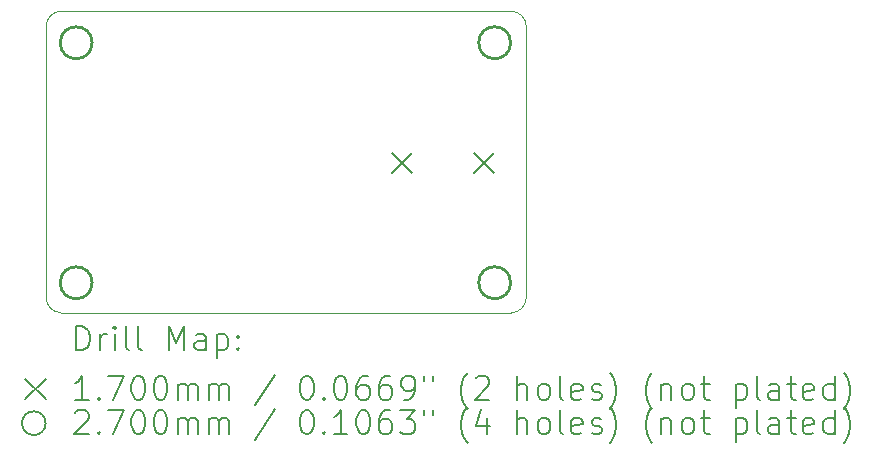
<source format=gbr>
%TF.GenerationSoftware,KiCad,Pcbnew,7.0.8*%
%TF.CreationDate,2023-10-02T15:07:20-07:00*%
%TF.ProjectId,PCM510xA_I2S_DAC,50434d35-3130-4784-915f-4932535f4441,0.0.2*%
%TF.SameCoordinates,Original*%
%TF.FileFunction,Drillmap*%
%TF.FilePolarity,Positive*%
%FSLAX45Y45*%
G04 Gerber Fmt 4.5, Leading zero omitted, Abs format (unit mm)*
G04 Created by KiCad (PCBNEW 7.0.8) date 2023-10-02 15:07:20*
%MOMM*%
%LPD*%
G01*
G04 APERTURE LIST*
%ADD10C,0.100000*%
%ADD11C,0.200000*%
%ADD12C,0.170000*%
%ADD13C,0.270000*%
G04 APERTURE END LIST*
D10*
X15748000Y-11532513D02*
X15748000Y-9233813D01*
X11684000Y-11532513D02*
G75*
G03*
X11811017Y-11659530I127020J3D01*
G01*
X11684000Y-9233813D02*
X11684000Y-11532513D01*
X15620983Y-11659530D02*
G75*
G03*
X15748000Y-11532513I7J127010D01*
G01*
X15748004Y-9233813D02*
G75*
G03*
X15620983Y-9106796I-127024J-7D01*
G01*
X15620983Y-9106796D02*
X11811000Y-9106796D01*
X15620983Y-11659530D02*
X11811000Y-11659530D01*
X11811017Y-9106790D02*
G75*
G03*
X11684000Y-9233813I13J-127030D01*
G01*
D11*
D12*
X14608500Y-10304513D02*
X14778500Y-10474513D01*
X14778500Y-10304513D02*
X14608500Y-10474513D01*
X15308500Y-10304513D02*
X15478500Y-10474513D01*
X15478500Y-10304513D02*
X15308500Y-10474513D01*
D13*
X12073000Y-9373513D02*
G75*
G03*
X12073000Y-9373513I-135000J0D01*
G01*
X12073000Y-11405513D02*
G75*
G03*
X12073000Y-11405513I-135000J0D01*
G01*
X15616300Y-9373513D02*
G75*
G03*
X15616300Y-9373513I-135000J0D01*
G01*
X15616300Y-11405513D02*
G75*
G03*
X15616300Y-11405513I-135000J0D01*
G01*
D11*
X11939777Y-11976014D02*
X11939777Y-11776014D01*
X11939777Y-11776014D02*
X11987396Y-11776014D01*
X11987396Y-11776014D02*
X12015967Y-11785538D01*
X12015967Y-11785538D02*
X12035015Y-11804585D01*
X12035015Y-11804585D02*
X12044539Y-11823633D01*
X12044539Y-11823633D02*
X12054062Y-11861728D01*
X12054062Y-11861728D02*
X12054062Y-11890299D01*
X12054062Y-11890299D02*
X12044539Y-11928395D01*
X12044539Y-11928395D02*
X12035015Y-11947442D01*
X12035015Y-11947442D02*
X12015967Y-11966490D01*
X12015967Y-11966490D02*
X11987396Y-11976014D01*
X11987396Y-11976014D02*
X11939777Y-11976014D01*
X12139777Y-11976014D02*
X12139777Y-11842680D01*
X12139777Y-11880776D02*
X12149301Y-11861728D01*
X12149301Y-11861728D02*
X12158824Y-11852204D01*
X12158824Y-11852204D02*
X12177872Y-11842680D01*
X12177872Y-11842680D02*
X12196920Y-11842680D01*
X12263586Y-11976014D02*
X12263586Y-11842680D01*
X12263586Y-11776014D02*
X12254062Y-11785538D01*
X12254062Y-11785538D02*
X12263586Y-11795061D01*
X12263586Y-11795061D02*
X12273110Y-11785538D01*
X12273110Y-11785538D02*
X12263586Y-11776014D01*
X12263586Y-11776014D02*
X12263586Y-11795061D01*
X12387396Y-11976014D02*
X12368348Y-11966490D01*
X12368348Y-11966490D02*
X12358824Y-11947442D01*
X12358824Y-11947442D02*
X12358824Y-11776014D01*
X12492158Y-11976014D02*
X12473110Y-11966490D01*
X12473110Y-11966490D02*
X12463586Y-11947442D01*
X12463586Y-11947442D02*
X12463586Y-11776014D01*
X12720729Y-11976014D02*
X12720729Y-11776014D01*
X12720729Y-11776014D02*
X12787396Y-11918871D01*
X12787396Y-11918871D02*
X12854062Y-11776014D01*
X12854062Y-11776014D02*
X12854062Y-11976014D01*
X13035015Y-11976014D02*
X13035015Y-11871252D01*
X13035015Y-11871252D02*
X13025491Y-11852204D01*
X13025491Y-11852204D02*
X13006443Y-11842680D01*
X13006443Y-11842680D02*
X12968348Y-11842680D01*
X12968348Y-11842680D02*
X12949301Y-11852204D01*
X13035015Y-11966490D02*
X13015967Y-11976014D01*
X13015967Y-11976014D02*
X12968348Y-11976014D01*
X12968348Y-11976014D02*
X12949301Y-11966490D01*
X12949301Y-11966490D02*
X12939777Y-11947442D01*
X12939777Y-11947442D02*
X12939777Y-11928395D01*
X12939777Y-11928395D02*
X12949301Y-11909347D01*
X12949301Y-11909347D02*
X12968348Y-11899823D01*
X12968348Y-11899823D02*
X13015967Y-11899823D01*
X13015967Y-11899823D02*
X13035015Y-11890299D01*
X13130253Y-11842680D02*
X13130253Y-12042680D01*
X13130253Y-11852204D02*
X13149301Y-11842680D01*
X13149301Y-11842680D02*
X13187396Y-11842680D01*
X13187396Y-11842680D02*
X13206443Y-11852204D01*
X13206443Y-11852204D02*
X13215967Y-11861728D01*
X13215967Y-11861728D02*
X13225491Y-11880776D01*
X13225491Y-11880776D02*
X13225491Y-11937918D01*
X13225491Y-11937918D02*
X13215967Y-11956966D01*
X13215967Y-11956966D02*
X13206443Y-11966490D01*
X13206443Y-11966490D02*
X13187396Y-11976014D01*
X13187396Y-11976014D02*
X13149301Y-11976014D01*
X13149301Y-11976014D02*
X13130253Y-11966490D01*
X13311205Y-11956966D02*
X13320729Y-11966490D01*
X13320729Y-11966490D02*
X13311205Y-11976014D01*
X13311205Y-11976014D02*
X13301682Y-11966490D01*
X13301682Y-11966490D02*
X13311205Y-11956966D01*
X13311205Y-11956966D02*
X13311205Y-11976014D01*
X13311205Y-11852204D02*
X13320729Y-11861728D01*
X13320729Y-11861728D02*
X13311205Y-11871252D01*
X13311205Y-11871252D02*
X13301682Y-11861728D01*
X13301682Y-11861728D02*
X13311205Y-11852204D01*
X13311205Y-11852204D02*
X13311205Y-11871252D01*
D12*
X11509000Y-12219530D02*
X11679000Y-12389530D01*
X11679000Y-12219530D02*
X11509000Y-12389530D01*
D11*
X12044539Y-12396014D02*
X11930253Y-12396014D01*
X11987396Y-12396014D02*
X11987396Y-12196014D01*
X11987396Y-12196014D02*
X11968348Y-12224585D01*
X11968348Y-12224585D02*
X11949301Y-12243633D01*
X11949301Y-12243633D02*
X11930253Y-12253157D01*
X12130253Y-12376966D02*
X12139777Y-12386490D01*
X12139777Y-12386490D02*
X12130253Y-12396014D01*
X12130253Y-12396014D02*
X12120729Y-12386490D01*
X12120729Y-12386490D02*
X12130253Y-12376966D01*
X12130253Y-12376966D02*
X12130253Y-12396014D01*
X12206443Y-12196014D02*
X12339777Y-12196014D01*
X12339777Y-12196014D02*
X12254062Y-12396014D01*
X12454062Y-12196014D02*
X12473110Y-12196014D01*
X12473110Y-12196014D02*
X12492158Y-12205538D01*
X12492158Y-12205538D02*
X12501682Y-12215061D01*
X12501682Y-12215061D02*
X12511205Y-12234109D01*
X12511205Y-12234109D02*
X12520729Y-12272204D01*
X12520729Y-12272204D02*
X12520729Y-12319823D01*
X12520729Y-12319823D02*
X12511205Y-12357918D01*
X12511205Y-12357918D02*
X12501682Y-12376966D01*
X12501682Y-12376966D02*
X12492158Y-12386490D01*
X12492158Y-12386490D02*
X12473110Y-12396014D01*
X12473110Y-12396014D02*
X12454062Y-12396014D01*
X12454062Y-12396014D02*
X12435015Y-12386490D01*
X12435015Y-12386490D02*
X12425491Y-12376966D01*
X12425491Y-12376966D02*
X12415967Y-12357918D01*
X12415967Y-12357918D02*
X12406443Y-12319823D01*
X12406443Y-12319823D02*
X12406443Y-12272204D01*
X12406443Y-12272204D02*
X12415967Y-12234109D01*
X12415967Y-12234109D02*
X12425491Y-12215061D01*
X12425491Y-12215061D02*
X12435015Y-12205538D01*
X12435015Y-12205538D02*
X12454062Y-12196014D01*
X12644539Y-12196014D02*
X12663586Y-12196014D01*
X12663586Y-12196014D02*
X12682634Y-12205538D01*
X12682634Y-12205538D02*
X12692158Y-12215061D01*
X12692158Y-12215061D02*
X12701682Y-12234109D01*
X12701682Y-12234109D02*
X12711205Y-12272204D01*
X12711205Y-12272204D02*
X12711205Y-12319823D01*
X12711205Y-12319823D02*
X12701682Y-12357918D01*
X12701682Y-12357918D02*
X12692158Y-12376966D01*
X12692158Y-12376966D02*
X12682634Y-12386490D01*
X12682634Y-12386490D02*
X12663586Y-12396014D01*
X12663586Y-12396014D02*
X12644539Y-12396014D01*
X12644539Y-12396014D02*
X12625491Y-12386490D01*
X12625491Y-12386490D02*
X12615967Y-12376966D01*
X12615967Y-12376966D02*
X12606443Y-12357918D01*
X12606443Y-12357918D02*
X12596920Y-12319823D01*
X12596920Y-12319823D02*
X12596920Y-12272204D01*
X12596920Y-12272204D02*
X12606443Y-12234109D01*
X12606443Y-12234109D02*
X12615967Y-12215061D01*
X12615967Y-12215061D02*
X12625491Y-12205538D01*
X12625491Y-12205538D02*
X12644539Y-12196014D01*
X12796920Y-12396014D02*
X12796920Y-12262680D01*
X12796920Y-12281728D02*
X12806443Y-12272204D01*
X12806443Y-12272204D02*
X12825491Y-12262680D01*
X12825491Y-12262680D02*
X12854063Y-12262680D01*
X12854063Y-12262680D02*
X12873110Y-12272204D01*
X12873110Y-12272204D02*
X12882634Y-12291252D01*
X12882634Y-12291252D02*
X12882634Y-12396014D01*
X12882634Y-12291252D02*
X12892158Y-12272204D01*
X12892158Y-12272204D02*
X12911205Y-12262680D01*
X12911205Y-12262680D02*
X12939777Y-12262680D01*
X12939777Y-12262680D02*
X12958824Y-12272204D01*
X12958824Y-12272204D02*
X12968348Y-12291252D01*
X12968348Y-12291252D02*
X12968348Y-12396014D01*
X13063586Y-12396014D02*
X13063586Y-12262680D01*
X13063586Y-12281728D02*
X13073110Y-12272204D01*
X13073110Y-12272204D02*
X13092158Y-12262680D01*
X13092158Y-12262680D02*
X13120729Y-12262680D01*
X13120729Y-12262680D02*
X13139777Y-12272204D01*
X13139777Y-12272204D02*
X13149301Y-12291252D01*
X13149301Y-12291252D02*
X13149301Y-12396014D01*
X13149301Y-12291252D02*
X13158824Y-12272204D01*
X13158824Y-12272204D02*
X13177872Y-12262680D01*
X13177872Y-12262680D02*
X13206443Y-12262680D01*
X13206443Y-12262680D02*
X13225491Y-12272204D01*
X13225491Y-12272204D02*
X13235015Y-12291252D01*
X13235015Y-12291252D02*
X13235015Y-12396014D01*
X13625491Y-12186490D02*
X13454063Y-12443633D01*
X13882634Y-12196014D02*
X13901682Y-12196014D01*
X13901682Y-12196014D02*
X13920729Y-12205538D01*
X13920729Y-12205538D02*
X13930253Y-12215061D01*
X13930253Y-12215061D02*
X13939777Y-12234109D01*
X13939777Y-12234109D02*
X13949301Y-12272204D01*
X13949301Y-12272204D02*
X13949301Y-12319823D01*
X13949301Y-12319823D02*
X13939777Y-12357918D01*
X13939777Y-12357918D02*
X13930253Y-12376966D01*
X13930253Y-12376966D02*
X13920729Y-12386490D01*
X13920729Y-12386490D02*
X13901682Y-12396014D01*
X13901682Y-12396014D02*
X13882634Y-12396014D01*
X13882634Y-12396014D02*
X13863586Y-12386490D01*
X13863586Y-12386490D02*
X13854063Y-12376966D01*
X13854063Y-12376966D02*
X13844539Y-12357918D01*
X13844539Y-12357918D02*
X13835015Y-12319823D01*
X13835015Y-12319823D02*
X13835015Y-12272204D01*
X13835015Y-12272204D02*
X13844539Y-12234109D01*
X13844539Y-12234109D02*
X13854063Y-12215061D01*
X13854063Y-12215061D02*
X13863586Y-12205538D01*
X13863586Y-12205538D02*
X13882634Y-12196014D01*
X14035015Y-12376966D02*
X14044539Y-12386490D01*
X14044539Y-12386490D02*
X14035015Y-12396014D01*
X14035015Y-12396014D02*
X14025491Y-12386490D01*
X14025491Y-12386490D02*
X14035015Y-12376966D01*
X14035015Y-12376966D02*
X14035015Y-12396014D01*
X14168348Y-12196014D02*
X14187396Y-12196014D01*
X14187396Y-12196014D02*
X14206444Y-12205538D01*
X14206444Y-12205538D02*
X14215967Y-12215061D01*
X14215967Y-12215061D02*
X14225491Y-12234109D01*
X14225491Y-12234109D02*
X14235015Y-12272204D01*
X14235015Y-12272204D02*
X14235015Y-12319823D01*
X14235015Y-12319823D02*
X14225491Y-12357918D01*
X14225491Y-12357918D02*
X14215967Y-12376966D01*
X14215967Y-12376966D02*
X14206444Y-12386490D01*
X14206444Y-12386490D02*
X14187396Y-12396014D01*
X14187396Y-12396014D02*
X14168348Y-12396014D01*
X14168348Y-12396014D02*
X14149301Y-12386490D01*
X14149301Y-12386490D02*
X14139777Y-12376966D01*
X14139777Y-12376966D02*
X14130253Y-12357918D01*
X14130253Y-12357918D02*
X14120729Y-12319823D01*
X14120729Y-12319823D02*
X14120729Y-12272204D01*
X14120729Y-12272204D02*
X14130253Y-12234109D01*
X14130253Y-12234109D02*
X14139777Y-12215061D01*
X14139777Y-12215061D02*
X14149301Y-12205538D01*
X14149301Y-12205538D02*
X14168348Y-12196014D01*
X14406444Y-12196014D02*
X14368348Y-12196014D01*
X14368348Y-12196014D02*
X14349301Y-12205538D01*
X14349301Y-12205538D02*
X14339777Y-12215061D01*
X14339777Y-12215061D02*
X14320729Y-12243633D01*
X14320729Y-12243633D02*
X14311206Y-12281728D01*
X14311206Y-12281728D02*
X14311206Y-12357918D01*
X14311206Y-12357918D02*
X14320729Y-12376966D01*
X14320729Y-12376966D02*
X14330253Y-12386490D01*
X14330253Y-12386490D02*
X14349301Y-12396014D01*
X14349301Y-12396014D02*
X14387396Y-12396014D01*
X14387396Y-12396014D02*
X14406444Y-12386490D01*
X14406444Y-12386490D02*
X14415967Y-12376966D01*
X14415967Y-12376966D02*
X14425491Y-12357918D01*
X14425491Y-12357918D02*
X14425491Y-12310299D01*
X14425491Y-12310299D02*
X14415967Y-12291252D01*
X14415967Y-12291252D02*
X14406444Y-12281728D01*
X14406444Y-12281728D02*
X14387396Y-12272204D01*
X14387396Y-12272204D02*
X14349301Y-12272204D01*
X14349301Y-12272204D02*
X14330253Y-12281728D01*
X14330253Y-12281728D02*
X14320729Y-12291252D01*
X14320729Y-12291252D02*
X14311206Y-12310299D01*
X14596920Y-12196014D02*
X14558825Y-12196014D01*
X14558825Y-12196014D02*
X14539777Y-12205538D01*
X14539777Y-12205538D02*
X14530253Y-12215061D01*
X14530253Y-12215061D02*
X14511206Y-12243633D01*
X14511206Y-12243633D02*
X14501682Y-12281728D01*
X14501682Y-12281728D02*
X14501682Y-12357918D01*
X14501682Y-12357918D02*
X14511206Y-12376966D01*
X14511206Y-12376966D02*
X14520729Y-12386490D01*
X14520729Y-12386490D02*
X14539777Y-12396014D01*
X14539777Y-12396014D02*
X14577872Y-12396014D01*
X14577872Y-12396014D02*
X14596920Y-12386490D01*
X14596920Y-12386490D02*
X14606444Y-12376966D01*
X14606444Y-12376966D02*
X14615967Y-12357918D01*
X14615967Y-12357918D02*
X14615967Y-12310299D01*
X14615967Y-12310299D02*
X14606444Y-12291252D01*
X14606444Y-12291252D02*
X14596920Y-12281728D01*
X14596920Y-12281728D02*
X14577872Y-12272204D01*
X14577872Y-12272204D02*
X14539777Y-12272204D01*
X14539777Y-12272204D02*
X14520729Y-12281728D01*
X14520729Y-12281728D02*
X14511206Y-12291252D01*
X14511206Y-12291252D02*
X14501682Y-12310299D01*
X14711206Y-12396014D02*
X14749301Y-12396014D01*
X14749301Y-12396014D02*
X14768348Y-12386490D01*
X14768348Y-12386490D02*
X14777872Y-12376966D01*
X14777872Y-12376966D02*
X14796920Y-12348395D01*
X14796920Y-12348395D02*
X14806444Y-12310299D01*
X14806444Y-12310299D02*
X14806444Y-12234109D01*
X14806444Y-12234109D02*
X14796920Y-12215061D01*
X14796920Y-12215061D02*
X14787396Y-12205538D01*
X14787396Y-12205538D02*
X14768348Y-12196014D01*
X14768348Y-12196014D02*
X14730253Y-12196014D01*
X14730253Y-12196014D02*
X14711206Y-12205538D01*
X14711206Y-12205538D02*
X14701682Y-12215061D01*
X14701682Y-12215061D02*
X14692158Y-12234109D01*
X14692158Y-12234109D02*
X14692158Y-12281728D01*
X14692158Y-12281728D02*
X14701682Y-12300776D01*
X14701682Y-12300776D02*
X14711206Y-12310299D01*
X14711206Y-12310299D02*
X14730253Y-12319823D01*
X14730253Y-12319823D02*
X14768348Y-12319823D01*
X14768348Y-12319823D02*
X14787396Y-12310299D01*
X14787396Y-12310299D02*
X14796920Y-12300776D01*
X14796920Y-12300776D02*
X14806444Y-12281728D01*
X14882634Y-12196014D02*
X14882634Y-12234109D01*
X14958825Y-12196014D02*
X14958825Y-12234109D01*
X15254063Y-12472204D02*
X15244539Y-12462680D01*
X15244539Y-12462680D02*
X15225491Y-12434109D01*
X15225491Y-12434109D02*
X15215968Y-12415061D01*
X15215968Y-12415061D02*
X15206444Y-12386490D01*
X15206444Y-12386490D02*
X15196920Y-12338871D01*
X15196920Y-12338871D02*
X15196920Y-12300776D01*
X15196920Y-12300776D02*
X15206444Y-12253157D01*
X15206444Y-12253157D02*
X15215968Y-12224585D01*
X15215968Y-12224585D02*
X15225491Y-12205538D01*
X15225491Y-12205538D02*
X15244539Y-12176966D01*
X15244539Y-12176966D02*
X15254063Y-12167442D01*
X15320729Y-12215061D02*
X15330253Y-12205538D01*
X15330253Y-12205538D02*
X15349301Y-12196014D01*
X15349301Y-12196014D02*
X15396920Y-12196014D01*
X15396920Y-12196014D02*
X15415968Y-12205538D01*
X15415968Y-12205538D02*
X15425491Y-12215061D01*
X15425491Y-12215061D02*
X15435015Y-12234109D01*
X15435015Y-12234109D02*
X15435015Y-12253157D01*
X15435015Y-12253157D02*
X15425491Y-12281728D01*
X15425491Y-12281728D02*
X15311206Y-12396014D01*
X15311206Y-12396014D02*
X15435015Y-12396014D01*
X15673110Y-12396014D02*
X15673110Y-12196014D01*
X15758825Y-12396014D02*
X15758825Y-12291252D01*
X15758825Y-12291252D02*
X15749301Y-12272204D01*
X15749301Y-12272204D02*
X15730253Y-12262680D01*
X15730253Y-12262680D02*
X15701682Y-12262680D01*
X15701682Y-12262680D02*
X15682634Y-12272204D01*
X15682634Y-12272204D02*
X15673110Y-12281728D01*
X15882634Y-12396014D02*
X15863587Y-12386490D01*
X15863587Y-12386490D02*
X15854063Y-12376966D01*
X15854063Y-12376966D02*
X15844539Y-12357918D01*
X15844539Y-12357918D02*
X15844539Y-12300776D01*
X15844539Y-12300776D02*
X15854063Y-12281728D01*
X15854063Y-12281728D02*
X15863587Y-12272204D01*
X15863587Y-12272204D02*
X15882634Y-12262680D01*
X15882634Y-12262680D02*
X15911206Y-12262680D01*
X15911206Y-12262680D02*
X15930253Y-12272204D01*
X15930253Y-12272204D02*
X15939777Y-12281728D01*
X15939777Y-12281728D02*
X15949301Y-12300776D01*
X15949301Y-12300776D02*
X15949301Y-12357918D01*
X15949301Y-12357918D02*
X15939777Y-12376966D01*
X15939777Y-12376966D02*
X15930253Y-12386490D01*
X15930253Y-12386490D02*
X15911206Y-12396014D01*
X15911206Y-12396014D02*
X15882634Y-12396014D01*
X16063587Y-12396014D02*
X16044539Y-12386490D01*
X16044539Y-12386490D02*
X16035015Y-12367442D01*
X16035015Y-12367442D02*
X16035015Y-12196014D01*
X16215968Y-12386490D02*
X16196920Y-12396014D01*
X16196920Y-12396014D02*
X16158825Y-12396014D01*
X16158825Y-12396014D02*
X16139777Y-12386490D01*
X16139777Y-12386490D02*
X16130253Y-12367442D01*
X16130253Y-12367442D02*
X16130253Y-12291252D01*
X16130253Y-12291252D02*
X16139777Y-12272204D01*
X16139777Y-12272204D02*
X16158825Y-12262680D01*
X16158825Y-12262680D02*
X16196920Y-12262680D01*
X16196920Y-12262680D02*
X16215968Y-12272204D01*
X16215968Y-12272204D02*
X16225491Y-12291252D01*
X16225491Y-12291252D02*
X16225491Y-12310299D01*
X16225491Y-12310299D02*
X16130253Y-12329347D01*
X16301682Y-12386490D02*
X16320730Y-12396014D01*
X16320730Y-12396014D02*
X16358825Y-12396014D01*
X16358825Y-12396014D02*
X16377872Y-12386490D01*
X16377872Y-12386490D02*
X16387396Y-12367442D01*
X16387396Y-12367442D02*
X16387396Y-12357918D01*
X16387396Y-12357918D02*
X16377872Y-12338871D01*
X16377872Y-12338871D02*
X16358825Y-12329347D01*
X16358825Y-12329347D02*
X16330253Y-12329347D01*
X16330253Y-12329347D02*
X16311206Y-12319823D01*
X16311206Y-12319823D02*
X16301682Y-12300776D01*
X16301682Y-12300776D02*
X16301682Y-12291252D01*
X16301682Y-12291252D02*
X16311206Y-12272204D01*
X16311206Y-12272204D02*
X16330253Y-12262680D01*
X16330253Y-12262680D02*
X16358825Y-12262680D01*
X16358825Y-12262680D02*
X16377872Y-12272204D01*
X16454063Y-12472204D02*
X16463587Y-12462680D01*
X16463587Y-12462680D02*
X16482634Y-12434109D01*
X16482634Y-12434109D02*
X16492158Y-12415061D01*
X16492158Y-12415061D02*
X16501682Y-12386490D01*
X16501682Y-12386490D02*
X16511206Y-12338871D01*
X16511206Y-12338871D02*
X16511206Y-12300776D01*
X16511206Y-12300776D02*
X16501682Y-12253157D01*
X16501682Y-12253157D02*
X16492158Y-12224585D01*
X16492158Y-12224585D02*
X16482634Y-12205538D01*
X16482634Y-12205538D02*
X16463587Y-12176966D01*
X16463587Y-12176966D02*
X16454063Y-12167442D01*
X16815968Y-12472204D02*
X16806444Y-12462680D01*
X16806444Y-12462680D02*
X16787396Y-12434109D01*
X16787396Y-12434109D02*
X16777873Y-12415061D01*
X16777873Y-12415061D02*
X16768349Y-12386490D01*
X16768349Y-12386490D02*
X16758825Y-12338871D01*
X16758825Y-12338871D02*
X16758825Y-12300776D01*
X16758825Y-12300776D02*
X16768349Y-12253157D01*
X16768349Y-12253157D02*
X16777873Y-12224585D01*
X16777873Y-12224585D02*
X16787396Y-12205538D01*
X16787396Y-12205538D02*
X16806444Y-12176966D01*
X16806444Y-12176966D02*
X16815968Y-12167442D01*
X16892158Y-12262680D02*
X16892158Y-12396014D01*
X16892158Y-12281728D02*
X16901682Y-12272204D01*
X16901682Y-12272204D02*
X16920730Y-12262680D01*
X16920730Y-12262680D02*
X16949301Y-12262680D01*
X16949301Y-12262680D02*
X16968349Y-12272204D01*
X16968349Y-12272204D02*
X16977873Y-12291252D01*
X16977873Y-12291252D02*
X16977873Y-12396014D01*
X17101682Y-12396014D02*
X17082634Y-12386490D01*
X17082634Y-12386490D02*
X17073111Y-12376966D01*
X17073111Y-12376966D02*
X17063587Y-12357918D01*
X17063587Y-12357918D02*
X17063587Y-12300776D01*
X17063587Y-12300776D02*
X17073111Y-12281728D01*
X17073111Y-12281728D02*
X17082634Y-12272204D01*
X17082634Y-12272204D02*
X17101682Y-12262680D01*
X17101682Y-12262680D02*
X17130254Y-12262680D01*
X17130254Y-12262680D02*
X17149301Y-12272204D01*
X17149301Y-12272204D02*
X17158825Y-12281728D01*
X17158825Y-12281728D02*
X17168349Y-12300776D01*
X17168349Y-12300776D02*
X17168349Y-12357918D01*
X17168349Y-12357918D02*
X17158825Y-12376966D01*
X17158825Y-12376966D02*
X17149301Y-12386490D01*
X17149301Y-12386490D02*
X17130254Y-12396014D01*
X17130254Y-12396014D02*
X17101682Y-12396014D01*
X17225492Y-12262680D02*
X17301682Y-12262680D01*
X17254063Y-12196014D02*
X17254063Y-12367442D01*
X17254063Y-12367442D02*
X17263587Y-12386490D01*
X17263587Y-12386490D02*
X17282634Y-12396014D01*
X17282634Y-12396014D02*
X17301682Y-12396014D01*
X17520730Y-12262680D02*
X17520730Y-12462680D01*
X17520730Y-12272204D02*
X17539777Y-12262680D01*
X17539777Y-12262680D02*
X17577873Y-12262680D01*
X17577873Y-12262680D02*
X17596920Y-12272204D01*
X17596920Y-12272204D02*
X17606444Y-12281728D01*
X17606444Y-12281728D02*
X17615968Y-12300776D01*
X17615968Y-12300776D02*
X17615968Y-12357918D01*
X17615968Y-12357918D02*
X17606444Y-12376966D01*
X17606444Y-12376966D02*
X17596920Y-12386490D01*
X17596920Y-12386490D02*
X17577873Y-12396014D01*
X17577873Y-12396014D02*
X17539777Y-12396014D01*
X17539777Y-12396014D02*
X17520730Y-12386490D01*
X17730254Y-12396014D02*
X17711206Y-12386490D01*
X17711206Y-12386490D02*
X17701682Y-12367442D01*
X17701682Y-12367442D02*
X17701682Y-12196014D01*
X17892158Y-12396014D02*
X17892158Y-12291252D01*
X17892158Y-12291252D02*
X17882635Y-12272204D01*
X17882635Y-12272204D02*
X17863587Y-12262680D01*
X17863587Y-12262680D02*
X17825492Y-12262680D01*
X17825492Y-12262680D02*
X17806444Y-12272204D01*
X17892158Y-12386490D02*
X17873111Y-12396014D01*
X17873111Y-12396014D02*
X17825492Y-12396014D01*
X17825492Y-12396014D02*
X17806444Y-12386490D01*
X17806444Y-12386490D02*
X17796920Y-12367442D01*
X17796920Y-12367442D02*
X17796920Y-12348395D01*
X17796920Y-12348395D02*
X17806444Y-12329347D01*
X17806444Y-12329347D02*
X17825492Y-12319823D01*
X17825492Y-12319823D02*
X17873111Y-12319823D01*
X17873111Y-12319823D02*
X17892158Y-12310299D01*
X17958825Y-12262680D02*
X18035015Y-12262680D01*
X17987396Y-12196014D02*
X17987396Y-12367442D01*
X17987396Y-12367442D02*
X17996920Y-12386490D01*
X17996920Y-12386490D02*
X18015968Y-12396014D01*
X18015968Y-12396014D02*
X18035015Y-12396014D01*
X18177873Y-12386490D02*
X18158825Y-12396014D01*
X18158825Y-12396014D02*
X18120730Y-12396014D01*
X18120730Y-12396014D02*
X18101682Y-12386490D01*
X18101682Y-12386490D02*
X18092158Y-12367442D01*
X18092158Y-12367442D02*
X18092158Y-12291252D01*
X18092158Y-12291252D02*
X18101682Y-12272204D01*
X18101682Y-12272204D02*
X18120730Y-12262680D01*
X18120730Y-12262680D02*
X18158825Y-12262680D01*
X18158825Y-12262680D02*
X18177873Y-12272204D01*
X18177873Y-12272204D02*
X18187396Y-12291252D01*
X18187396Y-12291252D02*
X18187396Y-12310299D01*
X18187396Y-12310299D02*
X18092158Y-12329347D01*
X18358825Y-12396014D02*
X18358825Y-12196014D01*
X18358825Y-12386490D02*
X18339777Y-12396014D01*
X18339777Y-12396014D02*
X18301682Y-12396014D01*
X18301682Y-12396014D02*
X18282635Y-12386490D01*
X18282635Y-12386490D02*
X18273111Y-12376966D01*
X18273111Y-12376966D02*
X18263587Y-12357918D01*
X18263587Y-12357918D02*
X18263587Y-12300776D01*
X18263587Y-12300776D02*
X18273111Y-12281728D01*
X18273111Y-12281728D02*
X18282635Y-12272204D01*
X18282635Y-12272204D02*
X18301682Y-12262680D01*
X18301682Y-12262680D02*
X18339777Y-12262680D01*
X18339777Y-12262680D02*
X18358825Y-12272204D01*
X18435016Y-12472204D02*
X18444539Y-12462680D01*
X18444539Y-12462680D02*
X18463587Y-12434109D01*
X18463587Y-12434109D02*
X18473111Y-12415061D01*
X18473111Y-12415061D02*
X18482635Y-12386490D01*
X18482635Y-12386490D02*
X18492158Y-12338871D01*
X18492158Y-12338871D02*
X18492158Y-12300776D01*
X18492158Y-12300776D02*
X18482635Y-12253157D01*
X18482635Y-12253157D02*
X18473111Y-12224585D01*
X18473111Y-12224585D02*
X18463587Y-12205538D01*
X18463587Y-12205538D02*
X18444539Y-12176966D01*
X18444539Y-12176966D02*
X18435016Y-12167442D01*
X11679000Y-12594530D02*
G75*
G03*
X11679000Y-12594530I-100000J0D01*
G01*
X11930253Y-12505061D02*
X11939777Y-12495538D01*
X11939777Y-12495538D02*
X11958824Y-12486014D01*
X11958824Y-12486014D02*
X12006443Y-12486014D01*
X12006443Y-12486014D02*
X12025491Y-12495538D01*
X12025491Y-12495538D02*
X12035015Y-12505061D01*
X12035015Y-12505061D02*
X12044539Y-12524109D01*
X12044539Y-12524109D02*
X12044539Y-12543157D01*
X12044539Y-12543157D02*
X12035015Y-12571728D01*
X12035015Y-12571728D02*
X11920729Y-12686014D01*
X11920729Y-12686014D02*
X12044539Y-12686014D01*
X12130253Y-12666966D02*
X12139777Y-12676490D01*
X12139777Y-12676490D02*
X12130253Y-12686014D01*
X12130253Y-12686014D02*
X12120729Y-12676490D01*
X12120729Y-12676490D02*
X12130253Y-12666966D01*
X12130253Y-12666966D02*
X12130253Y-12686014D01*
X12206443Y-12486014D02*
X12339777Y-12486014D01*
X12339777Y-12486014D02*
X12254062Y-12686014D01*
X12454062Y-12486014D02*
X12473110Y-12486014D01*
X12473110Y-12486014D02*
X12492158Y-12495538D01*
X12492158Y-12495538D02*
X12501682Y-12505061D01*
X12501682Y-12505061D02*
X12511205Y-12524109D01*
X12511205Y-12524109D02*
X12520729Y-12562204D01*
X12520729Y-12562204D02*
X12520729Y-12609823D01*
X12520729Y-12609823D02*
X12511205Y-12647918D01*
X12511205Y-12647918D02*
X12501682Y-12666966D01*
X12501682Y-12666966D02*
X12492158Y-12676490D01*
X12492158Y-12676490D02*
X12473110Y-12686014D01*
X12473110Y-12686014D02*
X12454062Y-12686014D01*
X12454062Y-12686014D02*
X12435015Y-12676490D01*
X12435015Y-12676490D02*
X12425491Y-12666966D01*
X12425491Y-12666966D02*
X12415967Y-12647918D01*
X12415967Y-12647918D02*
X12406443Y-12609823D01*
X12406443Y-12609823D02*
X12406443Y-12562204D01*
X12406443Y-12562204D02*
X12415967Y-12524109D01*
X12415967Y-12524109D02*
X12425491Y-12505061D01*
X12425491Y-12505061D02*
X12435015Y-12495538D01*
X12435015Y-12495538D02*
X12454062Y-12486014D01*
X12644539Y-12486014D02*
X12663586Y-12486014D01*
X12663586Y-12486014D02*
X12682634Y-12495538D01*
X12682634Y-12495538D02*
X12692158Y-12505061D01*
X12692158Y-12505061D02*
X12701682Y-12524109D01*
X12701682Y-12524109D02*
X12711205Y-12562204D01*
X12711205Y-12562204D02*
X12711205Y-12609823D01*
X12711205Y-12609823D02*
X12701682Y-12647918D01*
X12701682Y-12647918D02*
X12692158Y-12666966D01*
X12692158Y-12666966D02*
X12682634Y-12676490D01*
X12682634Y-12676490D02*
X12663586Y-12686014D01*
X12663586Y-12686014D02*
X12644539Y-12686014D01*
X12644539Y-12686014D02*
X12625491Y-12676490D01*
X12625491Y-12676490D02*
X12615967Y-12666966D01*
X12615967Y-12666966D02*
X12606443Y-12647918D01*
X12606443Y-12647918D02*
X12596920Y-12609823D01*
X12596920Y-12609823D02*
X12596920Y-12562204D01*
X12596920Y-12562204D02*
X12606443Y-12524109D01*
X12606443Y-12524109D02*
X12615967Y-12505061D01*
X12615967Y-12505061D02*
X12625491Y-12495538D01*
X12625491Y-12495538D02*
X12644539Y-12486014D01*
X12796920Y-12686014D02*
X12796920Y-12552680D01*
X12796920Y-12571728D02*
X12806443Y-12562204D01*
X12806443Y-12562204D02*
X12825491Y-12552680D01*
X12825491Y-12552680D02*
X12854063Y-12552680D01*
X12854063Y-12552680D02*
X12873110Y-12562204D01*
X12873110Y-12562204D02*
X12882634Y-12581252D01*
X12882634Y-12581252D02*
X12882634Y-12686014D01*
X12882634Y-12581252D02*
X12892158Y-12562204D01*
X12892158Y-12562204D02*
X12911205Y-12552680D01*
X12911205Y-12552680D02*
X12939777Y-12552680D01*
X12939777Y-12552680D02*
X12958824Y-12562204D01*
X12958824Y-12562204D02*
X12968348Y-12581252D01*
X12968348Y-12581252D02*
X12968348Y-12686014D01*
X13063586Y-12686014D02*
X13063586Y-12552680D01*
X13063586Y-12571728D02*
X13073110Y-12562204D01*
X13073110Y-12562204D02*
X13092158Y-12552680D01*
X13092158Y-12552680D02*
X13120729Y-12552680D01*
X13120729Y-12552680D02*
X13139777Y-12562204D01*
X13139777Y-12562204D02*
X13149301Y-12581252D01*
X13149301Y-12581252D02*
X13149301Y-12686014D01*
X13149301Y-12581252D02*
X13158824Y-12562204D01*
X13158824Y-12562204D02*
X13177872Y-12552680D01*
X13177872Y-12552680D02*
X13206443Y-12552680D01*
X13206443Y-12552680D02*
X13225491Y-12562204D01*
X13225491Y-12562204D02*
X13235015Y-12581252D01*
X13235015Y-12581252D02*
X13235015Y-12686014D01*
X13625491Y-12476490D02*
X13454063Y-12733633D01*
X13882634Y-12486014D02*
X13901682Y-12486014D01*
X13901682Y-12486014D02*
X13920729Y-12495538D01*
X13920729Y-12495538D02*
X13930253Y-12505061D01*
X13930253Y-12505061D02*
X13939777Y-12524109D01*
X13939777Y-12524109D02*
X13949301Y-12562204D01*
X13949301Y-12562204D02*
X13949301Y-12609823D01*
X13949301Y-12609823D02*
X13939777Y-12647918D01*
X13939777Y-12647918D02*
X13930253Y-12666966D01*
X13930253Y-12666966D02*
X13920729Y-12676490D01*
X13920729Y-12676490D02*
X13901682Y-12686014D01*
X13901682Y-12686014D02*
X13882634Y-12686014D01*
X13882634Y-12686014D02*
X13863586Y-12676490D01*
X13863586Y-12676490D02*
X13854063Y-12666966D01*
X13854063Y-12666966D02*
X13844539Y-12647918D01*
X13844539Y-12647918D02*
X13835015Y-12609823D01*
X13835015Y-12609823D02*
X13835015Y-12562204D01*
X13835015Y-12562204D02*
X13844539Y-12524109D01*
X13844539Y-12524109D02*
X13854063Y-12505061D01*
X13854063Y-12505061D02*
X13863586Y-12495538D01*
X13863586Y-12495538D02*
X13882634Y-12486014D01*
X14035015Y-12666966D02*
X14044539Y-12676490D01*
X14044539Y-12676490D02*
X14035015Y-12686014D01*
X14035015Y-12686014D02*
X14025491Y-12676490D01*
X14025491Y-12676490D02*
X14035015Y-12666966D01*
X14035015Y-12666966D02*
X14035015Y-12686014D01*
X14235015Y-12686014D02*
X14120729Y-12686014D01*
X14177872Y-12686014D02*
X14177872Y-12486014D01*
X14177872Y-12486014D02*
X14158825Y-12514585D01*
X14158825Y-12514585D02*
X14139777Y-12533633D01*
X14139777Y-12533633D02*
X14120729Y-12543157D01*
X14358825Y-12486014D02*
X14377872Y-12486014D01*
X14377872Y-12486014D02*
X14396920Y-12495538D01*
X14396920Y-12495538D02*
X14406444Y-12505061D01*
X14406444Y-12505061D02*
X14415967Y-12524109D01*
X14415967Y-12524109D02*
X14425491Y-12562204D01*
X14425491Y-12562204D02*
X14425491Y-12609823D01*
X14425491Y-12609823D02*
X14415967Y-12647918D01*
X14415967Y-12647918D02*
X14406444Y-12666966D01*
X14406444Y-12666966D02*
X14396920Y-12676490D01*
X14396920Y-12676490D02*
X14377872Y-12686014D01*
X14377872Y-12686014D02*
X14358825Y-12686014D01*
X14358825Y-12686014D02*
X14339777Y-12676490D01*
X14339777Y-12676490D02*
X14330253Y-12666966D01*
X14330253Y-12666966D02*
X14320729Y-12647918D01*
X14320729Y-12647918D02*
X14311206Y-12609823D01*
X14311206Y-12609823D02*
X14311206Y-12562204D01*
X14311206Y-12562204D02*
X14320729Y-12524109D01*
X14320729Y-12524109D02*
X14330253Y-12505061D01*
X14330253Y-12505061D02*
X14339777Y-12495538D01*
X14339777Y-12495538D02*
X14358825Y-12486014D01*
X14596920Y-12486014D02*
X14558825Y-12486014D01*
X14558825Y-12486014D02*
X14539777Y-12495538D01*
X14539777Y-12495538D02*
X14530253Y-12505061D01*
X14530253Y-12505061D02*
X14511206Y-12533633D01*
X14511206Y-12533633D02*
X14501682Y-12571728D01*
X14501682Y-12571728D02*
X14501682Y-12647918D01*
X14501682Y-12647918D02*
X14511206Y-12666966D01*
X14511206Y-12666966D02*
X14520729Y-12676490D01*
X14520729Y-12676490D02*
X14539777Y-12686014D01*
X14539777Y-12686014D02*
X14577872Y-12686014D01*
X14577872Y-12686014D02*
X14596920Y-12676490D01*
X14596920Y-12676490D02*
X14606444Y-12666966D01*
X14606444Y-12666966D02*
X14615967Y-12647918D01*
X14615967Y-12647918D02*
X14615967Y-12600299D01*
X14615967Y-12600299D02*
X14606444Y-12581252D01*
X14606444Y-12581252D02*
X14596920Y-12571728D01*
X14596920Y-12571728D02*
X14577872Y-12562204D01*
X14577872Y-12562204D02*
X14539777Y-12562204D01*
X14539777Y-12562204D02*
X14520729Y-12571728D01*
X14520729Y-12571728D02*
X14511206Y-12581252D01*
X14511206Y-12581252D02*
X14501682Y-12600299D01*
X14682634Y-12486014D02*
X14806444Y-12486014D01*
X14806444Y-12486014D02*
X14739777Y-12562204D01*
X14739777Y-12562204D02*
X14768348Y-12562204D01*
X14768348Y-12562204D02*
X14787396Y-12571728D01*
X14787396Y-12571728D02*
X14796920Y-12581252D01*
X14796920Y-12581252D02*
X14806444Y-12600299D01*
X14806444Y-12600299D02*
X14806444Y-12647918D01*
X14806444Y-12647918D02*
X14796920Y-12666966D01*
X14796920Y-12666966D02*
X14787396Y-12676490D01*
X14787396Y-12676490D02*
X14768348Y-12686014D01*
X14768348Y-12686014D02*
X14711206Y-12686014D01*
X14711206Y-12686014D02*
X14692158Y-12676490D01*
X14692158Y-12676490D02*
X14682634Y-12666966D01*
X14882634Y-12486014D02*
X14882634Y-12524109D01*
X14958825Y-12486014D02*
X14958825Y-12524109D01*
X15254063Y-12762204D02*
X15244539Y-12752680D01*
X15244539Y-12752680D02*
X15225491Y-12724109D01*
X15225491Y-12724109D02*
X15215968Y-12705061D01*
X15215968Y-12705061D02*
X15206444Y-12676490D01*
X15206444Y-12676490D02*
X15196920Y-12628871D01*
X15196920Y-12628871D02*
X15196920Y-12590776D01*
X15196920Y-12590776D02*
X15206444Y-12543157D01*
X15206444Y-12543157D02*
X15215968Y-12514585D01*
X15215968Y-12514585D02*
X15225491Y-12495538D01*
X15225491Y-12495538D02*
X15244539Y-12466966D01*
X15244539Y-12466966D02*
X15254063Y-12457442D01*
X15415968Y-12552680D02*
X15415968Y-12686014D01*
X15368348Y-12476490D02*
X15320729Y-12619347D01*
X15320729Y-12619347D02*
X15444539Y-12619347D01*
X15673110Y-12686014D02*
X15673110Y-12486014D01*
X15758825Y-12686014D02*
X15758825Y-12581252D01*
X15758825Y-12581252D02*
X15749301Y-12562204D01*
X15749301Y-12562204D02*
X15730253Y-12552680D01*
X15730253Y-12552680D02*
X15701682Y-12552680D01*
X15701682Y-12552680D02*
X15682634Y-12562204D01*
X15682634Y-12562204D02*
X15673110Y-12571728D01*
X15882634Y-12686014D02*
X15863587Y-12676490D01*
X15863587Y-12676490D02*
X15854063Y-12666966D01*
X15854063Y-12666966D02*
X15844539Y-12647918D01*
X15844539Y-12647918D02*
X15844539Y-12590776D01*
X15844539Y-12590776D02*
X15854063Y-12571728D01*
X15854063Y-12571728D02*
X15863587Y-12562204D01*
X15863587Y-12562204D02*
X15882634Y-12552680D01*
X15882634Y-12552680D02*
X15911206Y-12552680D01*
X15911206Y-12552680D02*
X15930253Y-12562204D01*
X15930253Y-12562204D02*
X15939777Y-12571728D01*
X15939777Y-12571728D02*
X15949301Y-12590776D01*
X15949301Y-12590776D02*
X15949301Y-12647918D01*
X15949301Y-12647918D02*
X15939777Y-12666966D01*
X15939777Y-12666966D02*
X15930253Y-12676490D01*
X15930253Y-12676490D02*
X15911206Y-12686014D01*
X15911206Y-12686014D02*
X15882634Y-12686014D01*
X16063587Y-12686014D02*
X16044539Y-12676490D01*
X16044539Y-12676490D02*
X16035015Y-12657442D01*
X16035015Y-12657442D02*
X16035015Y-12486014D01*
X16215968Y-12676490D02*
X16196920Y-12686014D01*
X16196920Y-12686014D02*
X16158825Y-12686014D01*
X16158825Y-12686014D02*
X16139777Y-12676490D01*
X16139777Y-12676490D02*
X16130253Y-12657442D01*
X16130253Y-12657442D02*
X16130253Y-12581252D01*
X16130253Y-12581252D02*
X16139777Y-12562204D01*
X16139777Y-12562204D02*
X16158825Y-12552680D01*
X16158825Y-12552680D02*
X16196920Y-12552680D01*
X16196920Y-12552680D02*
X16215968Y-12562204D01*
X16215968Y-12562204D02*
X16225491Y-12581252D01*
X16225491Y-12581252D02*
X16225491Y-12600299D01*
X16225491Y-12600299D02*
X16130253Y-12619347D01*
X16301682Y-12676490D02*
X16320730Y-12686014D01*
X16320730Y-12686014D02*
X16358825Y-12686014D01*
X16358825Y-12686014D02*
X16377872Y-12676490D01*
X16377872Y-12676490D02*
X16387396Y-12657442D01*
X16387396Y-12657442D02*
X16387396Y-12647918D01*
X16387396Y-12647918D02*
X16377872Y-12628871D01*
X16377872Y-12628871D02*
X16358825Y-12619347D01*
X16358825Y-12619347D02*
X16330253Y-12619347D01*
X16330253Y-12619347D02*
X16311206Y-12609823D01*
X16311206Y-12609823D02*
X16301682Y-12590776D01*
X16301682Y-12590776D02*
X16301682Y-12581252D01*
X16301682Y-12581252D02*
X16311206Y-12562204D01*
X16311206Y-12562204D02*
X16330253Y-12552680D01*
X16330253Y-12552680D02*
X16358825Y-12552680D01*
X16358825Y-12552680D02*
X16377872Y-12562204D01*
X16454063Y-12762204D02*
X16463587Y-12752680D01*
X16463587Y-12752680D02*
X16482634Y-12724109D01*
X16482634Y-12724109D02*
X16492158Y-12705061D01*
X16492158Y-12705061D02*
X16501682Y-12676490D01*
X16501682Y-12676490D02*
X16511206Y-12628871D01*
X16511206Y-12628871D02*
X16511206Y-12590776D01*
X16511206Y-12590776D02*
X16501682Y-12543157D01*
X16501682Y-12543157D02*
X16492158Y-12514585D01*
X16492158Y-12514585D02*
X16482634Y-12495538D01*
X16482634Y-12495538D02*
X16463587Y-12466966D01*
X16463587Y-12466966D02*
X16454063Y-12457442D01*
X16815968Y-12762204D02*
X16806444Y-12752680D01*
X16806444Y-12752680D02*
X16787396Y-12724109D01*
X16787396Y-12724109D02*
X16777873Y-12705061D01*
X16777873Y-12705061D02*
X16768349Y-12676490D01*
X16768349Y-12676490D02*
X16758825Y-12628871D01*
X16758825Y-12628871D02*
X16758825Y-12590776D01*
X16758825Y-12590776D02*
X16768349Y-12543157D01*
X16768349Y-12543157D02*
X16777873Y-12514585D01*
X16777873Y-12514585D02*
X16787396Y-12495538D01*
X16787396Y-12495538D02*
X16806444Y-12466966D01*
X16806444Y-12466966D02*
X16815968Y-12457442D01*
X16892158Y-12552680D02*
X16892158Y-12686014D01*
X16892158Y-12571728D02*
X16901682Y-12562204D01*
X16901682Y-12562204D02*
X16920730Y-12552680D01*
X16920730Y-12552680D02*
X16949301Y-12552680D01*
X16949301Y-12552680D02*
X16968349Y-12562204D01*
X16968349Y-12562204D02*
X16977873Y-12581252D01*
X16977873Y-12581252D02*
X16977873Y-12686014D01*
X17101682Y-12686014D02*
X17082634Y-12676490D01*
X17082634Y-12676490D02*
X17073111Y-12666966D01*
X17073111Y-12666966D02*
X17063587Y-12647918D01*
X17063587Y-12647918D02*
X17063587Y-12590776D01*
X17063587Y-12590776D02*
X17073111Y-12571728D01*
X17073111Y-12571728D02*
X17082634Y-12562204D01*
X17082634Y-12562204D02*
X17101682Y-12552680D01*
X17101682Y-12552680D02*
X17130254Y-12552680D01*
X17130254Y-12552680D02*
X17149301Y-12562204D01*
X17149301Y-12562204D02*
X17158825Y-12571728D01*
X17158825Y-12571728D02*
X17168349Y-12590776D01*
X17168349Y-12590776D02*
X17168349Y-12647918D01*
X17168349Y-12647918D02*
X17158825Y-12666966D01*
X17158825Y-12666966D02*
X17149301Y-12676490D01*
X17149301Y-12676490D02*
X17130254Y-12686014D01*
X17130254Y-12686014D02*
X17101682Y-12686014D01*
X17225492Y-12552680D02*
X17301682Y-12552680D01*
X17254063Y-12486014D02*
X17254063Y-12657442D01*
X17254063Y-12657442D02*
X17263587Y-12676490D01*
X17263587Y-12676490D02*
X17282634Y-12686014D01*
X17282634Y-12686014D02*
X17301682Y-12686014D01*
X17520730Y-12552680D02*
X17520730Y-12752680D01*
X17520730Y-12562204D02*
X17539777Y-12552680D01*
X17539777Y-12552680D02*
X17577873Y-12552680D01*
X17577873Y-12552680D02*
X17596920Y-12562204D01*
X17596920Y-12562204D02*
X17606444Y-12571728D01*
X17606444Y-12571728D02*
X17615968Y-12590776D01*
X17615968Y-12590776D02*
X17615968Y-12647918D01*
X17615968Y-12647918D02*
X17606444Y-12666966D01*
X17606444Y-12666966D02*
X17596920Y-12676490D01*
X17596920Y-12676490D02*
X17577873Y-12686014D01*
X17577873Y-12686014D02*
X17539777Y-12686014D01*
X17539777Y-12686014D02*
X17520730Y-12676490D01*
X17730254Y-12686014D02*
X17711206Y-12676490D01*
X17711206Y-12676490D02*
X17701682Y-12657442D01*
X17701682Y-12657442D02*
X17701682Y-12486014D01*
X17892158Y-12686014D02*
X17892158Y-12581252D01*
X17892158Y-12581252D02*
X17882635Y-12562204D01*
X17882635Y-12562204D02*
X17863587Y-12552680D01*
X17863587Y-12552680D02*
X17825492Y-12552680D01*
X17825492Y-12552680D02*
X17806444Y-12562204D01*
X17892158Y-12676490D02*
X17873111Y-12686014D01*
X17873111Y-12686014D02*
X17825492Y-12686014D01*
X17825492Y-12686014D02*
X17806444Y-12676490D01*
X17806444Y-12676490D02*
X17796920Y-12657442D01*
X17796920Y-12657442D02*
X17796920Y-12638395D01*
X17796920Y-12638395D02*
X17806444Y-12619347D01*
X17806444Y-12619347D02*
X17825492Y-12609823D01*
X17825492Y-12609823D02*
X17873111Y-12609823D01*
X17873111Y-12609823D02*
X17892158Y-12600299D01*
X17958825Y-12552680D02*
X18035015Y-12552680D01*
X17987396Y-12486014D02*
X17987396Y-12657442D01*
X17987396Y-12657442D02*
X17996920Y-12676490D01*
X17996920Y-12676490D02*
X18015968Y-12686014D01*
X18015968Y-12686014D02*
X18035015Y-12686014D01*
X18177873Y-12676490D02*
X18158825Y-12686014D01*
X18158825Y-12686014D02*
X18120730Y-12686014D01*
X18120730Y-12686014D02*
X18101682Y-12676490D01*
X18101682Y-12676490D02*
X18092158Y-12657442D01*
X18092158Y-12657442D02*
X18092158Y-12581252D01*
X18092158Y-12581252D02*
X18101682Y-12562204D01*
X18101682Y-12562204D02*
X18120730Y-12552680D01*
X18120730Y-12552680D02*
X18158825Y-12552680D01*
X18158825Y-12552680D02*
X18177873Y-12562204D01*
X18177873Y-12562204D02*
X18187396Y-12581252D01*
X18187396Y-12581252D02*
X18187396Y-12600299D01*
X18187396Y-12600299D02*
X18092158Y-12619347D01*
X18358825Y-12686014D02*
X18358825Y-12486014D01*
X18358825Y-12676490D02*
X18339777Y-12686014D01*
X18339777Y-12686014D02*
X18301682Y-12686014D01*
X18301682Y-12686014D02*
X18282635Y-12676490D01*
X18282635Y-12676490D02*
X18273111Y-12666966D01*
X18273111Y-12666966D02*
X18263587Y-12647918D01*
X18263587Y-12647918D02*
X18263587Y-12590776D01*
X18263587Y-12590776D02*
X18273111Y-12571728D01*
X18273111Y-12571728D02*
X18282635Y-12562204D01*
X18282635Y-12562204D02*
X18301682Y-12552680D01*
X18301682Y-12552680D02*
X18339777Y-12552680D01*
X18339777Y-12552680D02*
X18358825Y-12562204D01*
X18435016Y-12762204D02*
X18444539Y-12752680D01*
X18444539Y-12752680D02*
X18463587Y-12724109D01*
X18463587Y-12724109D02*
X18473111Y-12705061D01*
X18473111Y-12705061D02*
X18482635Y-12676490D01*
X18482635Y-12676490D02*
X18492158Y-12628871D01*
X18492158Y-12628871D02*
X18492158Y-12590776D01*
X18492158Y-12590776D02*
X18482635Y-12543157D01*
X18482635Y-12543157D02*
X18473111Y-12514585D01*
X18473111Y-12514585D02*
X18463587Y-12495538D01*
X18463587Y-12495538D02*
X18444539Y-12466966D01*
X18444539Y-12466966D02*
X18435016Y-12457442D01*
M02*

</source>
